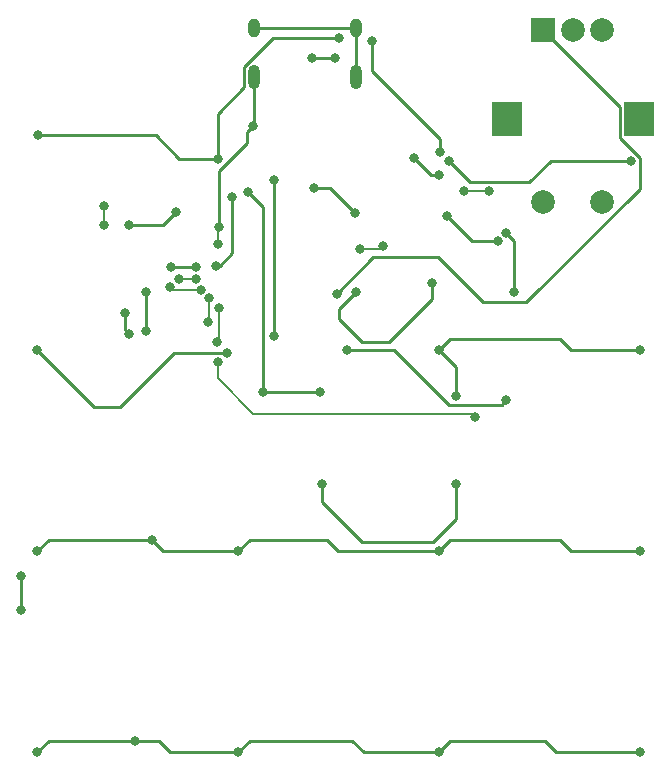
<source format=gtl>
G04 #@! TF.GenerationSoftware,KiCad,Pcbnew,(6.0.4-0)*
G04 #@! TF.CreationDate,2023-09-21T22:42:23-05:00*
G04 #@! TF.ProjectId,kowgary16_cfx,6b6f7767-6172-4793-9136-5f6366782e6b,rev?*
G04 #@! TF.SameCoordinates,Original*
G04 #@! TF.FileFunction,Copper,L1,Top*
G04 #@! TF.FilePolarity,Positive*
%FSLAX45Y45*%
G04 Gerber Fmt 4.5, Leading zero omitted, Abs format (unit mm)*
G04 Created by KiCad (PCBNEW (6.0.4-0)) date 2023-09-21 22:42:23*
%MOMM*%
%LPD*%
G01*
G04 APERTURE LIST*
G04 #@! TA.AperFunction,ComponentPad*
%ADD10R,2.000000X2.000000*%
G04 #@! TD*
G04 #@! TA.AperFunction,ComponentPad*
%ADD11C,2.000000*%
G04 #@! TD*
G04 #@! TA.AperFunction,ComponentPad*
%ADD12R,2.500000X3.000000*%
G04 #@! TD*
G04 #@! TA.AperFunction,ComponentPad*
%ADD13O,1.000000X2.100000*%
G04 #@! TD*
G04 #@! TA.AperFunction,ComponentPad*
%ADD14O,1.000000X1.600000*%
G04 #@! TD*
G04 #@! TA.AperFunction,ViaPad*
%ADD15C,0.800000*%
G04 #@! TD*
G04 #@! TA.AperFunction,Conductor*
%ADD16C,0.200000*%
G04 #@! TD*
G04 #@! TA.AperFunction,Conductor*
%ADD17C,0.250000*%
G04 #@! TD*
G04 APERTURE END LIST*
D10*
G04 #@! TO.P,SW5,A,A*
G04 #@! TO.N,pad_a*
X13137513Y-1612502D03*
D11*
G04 #@! TO.P,SW5,B,B*
G04 #@! TO.N,pad_b*
X13637513Y-1612502D03*
G04 #@! TO.P,SW5,C,C*
G04 #@! TO.N,GND*
X13387513Y-1612502D03*
D12*
G04 #@! TO.P,SW5,MP*
G04 #@! TO.N,N/C*
X13947513Y-2362502D03*
X12827513Y-2362502D03*
D11*
G04 #@! TO.P,SW5,S1,S1*
G04 #@! TO.N,col4*
X13137513Y-3062502D03*
G04 #@! TO.P,SW5,S2,S2*
G04 #@! TO.N,Net-(D4-Pad2)*
X13637513Y-3062502D03*
G04 #@! TD*
D13*
G04 #@! TO.P,J1,S1,SHIELD*
G04 #@! TO.N,GND*
X10688828Y-2010499D03*
D14*
X10688828Y-1592499D03*
X11552828Y-1592499D03*
D13*
X11552828Y-2010499D03*
G04 #@! TD*
D15*
G04 #@! TO.N,GND*
X10380000Y-3422450D03*
X12679161Y-2974999D03*
X10676000Y-2422000D03*
X10390000Y-3277550D03*
X12466661Y-2974999D03*
G04 #@! TO.N,Net-(B1-Pad2)*
X11776009Y-3440000D03*
X11583836Y-3463836D03*
G04 #@! TO.N,Net-(C2-Pad2)*
X12193449Y-3752135D03*
X11547445Y-3824998D03*
G04 #@! TO.N,+5V*
X11193898Y-2950000D03*
X11540000Y-3161450D03*
X12324994Y-3187498D03*
X12749994Y-3399998D03*
G04 #@! TO.N,row1*
X11404161Y-1677550D03*
X12340000Y-2720000D03*
X11687494Y-1699999D03*
X12260000Y-2640000D03*
X8860000Y-2500000D03*
X10380000Y-2700000D03*
X13880000Y-2720000D03*
G04 #@! TO.N,Net-(D3-Pad2)*
X12254161Y-2833332D03*
X12041661Y-2691665D03*
G04 #@! TO.N,pad_a*
X11388359Y-3840822D03*
G04 #@! TO.N,pad_b*
X11475011Y-4320837D03*
X12820845Y-4745838D03*
G04 #@! TO.N,row2*
X10635641Y-2979079D03*
X12254161Y-4320831D03*
X11242541Y-4674998D03*
X10766662Y-4674998D03*
X12395827Y-4710098D03*
X8854163Y-4320831D03*
X13954160Y-4320831D03*
X12395827Y-5454164D03*
X11262495Y-5454164D03*
X10462618Y-4341542D03*
G04 #@! TO.N,row3*
X9820877Y-5925045D03*
X10370360Y-3606149D03*
X9774995Y-3824998D03*
X10504945Y-3022000D03*
X12254161Y-6020830D03*
X10199995Y-3612498D03*
X9774995Y-4157498D03*
X10554162Y-6020830D03*
X13954160Y-6020830D03*
X9987495Y-3612498D03*
X8854163Y-6020830D03*
G04 #@! TO.N,row4*
X12254161Y-7720830D03*
X9598453Y-4002622D03*
X9633329Y-3258332D03*
X8854163Y-7720830D03*
X9679210Y-7625044D03*
X10554162Y-7720830D03*
X13954160Y-7720830D03*
X10026227Y-3148767D03*
X9633329Y-4179165D03*
G04 #@! TO.N,VBUS*
X11375000Y-1850000D03*
X11175000Y-1850000D03*
G04 #@! TO.N,col1*
X10052550Y-3720000D03*
X8712496Y-6233330D03*
X8712496Y-6516664D03*
X10197450Y-3720000D03*
G04 #@! TO.N,col2*
X9973542Y-3781219D03*
X9420829Y-3258332D03*
X10239726Y-3810569D03*
X9420829Y-3103780D03*
G04 #@! TO.N,col3*
X10300000Y-4080000D03*
X10860000Y-4200000D03*
X10310401Y-3881245D03*
X10859995Y-2877550D03*
G04 #@! TO.N,col4*
X12820827Y-3329165D03*
X12560000Y-4889950D03*
X10388755Y-3959598D03*
X12891661Y-3824998D03*
X10370538Y-4249462D03*
X10380000Y-4420000D03*
G04 #@! TD*
D16*
G04 #@! TO.N,GND*
X10380000Y-3287550D02*
X10390000Y-3277550D01*
X10380000Y-3422450D02*
X10380000Y-3287550D01*
D17*
X10676000Y-2422000D02*
X10688828Y-2409172D01*
X10688828Y-1592499D02*
X11552828Y-1592499D01*
X10625093Y-2566901D02*
X10625093Y-2472907D01*
D16*
X12466661Y-2974999D02*
X12679161Y-2974999D01*
D17*
X10625093Y-2566901D02*
X10390000Y-2801994D01*
X10688828Y-2409172D02*
X10688828Y-2010499D01*
X10625093Y-2472907D02*
X10676000Y-2422000D01*
X11552828Y-1592499D02*
X11552828Y-2010499D01*
X10390000Y-2801994D02*
X10390000Y-3277550D01*
D16*
G04 #@! TO.N,Net-(B1-Pad2)*
X11752172Y-3463836D02*
X11776009Y-3440000D01*
X11583836Y-3463836D02*
X11752172Y-3463836D01*
X11756009Y-3460000D02*
X11776009Y-3440000D01*
D17*
G04 #@! TO.N,Net-(C2-Pad2)*
X11404161Y-4052733D02*
X11601426Y-4249998D01*
X11829161Y-4249998D02*
X12193449Y-3885710D01*
X11547445Y-3824998D02*
X11404161Y-3968281D01*
X12193449Y-3885710D02*
X12193449Y-3752135D01*
X11404161Y-3968281D02*
X11404161Y-4052733D01*
X11601426Y-4249998D02*
X11829161Y-4249998D01*
G04 #@! TO.N,+5V*
X12537494Y-3399998D02*
X12324994Y-3187498D01*
X11328550Y-2950000D02*
X11193898Y-2950000D01*
X12749994Y-3399998D02*
X12537494Y-3399998D01*
X11540000Y-3161450D02*
X11328550Y-2950000D01*
G04 #@! TO.N,row1*
X12340000Y-2720000D02*
X12519951Y-2899951D01*
X10606376Y-2095317D02*
X10606376Y-1921346D01*
X10850173Y-1677550D02*
X11404161Y-1677550D01*
X10054564Y-2700000D02*
X10380000Y-2700000D01*
X13020049Y-2899951D02*
X13200000Y-2720000D01*
X11687494Y-1699999D02*
X11687494Y-1960800D01*
X12260000Y-2533305D02*
X12260000Y-2640000D01*
X10380000Y-2321693D02*
X10606376Y-2095317D01*
X10606376Y-1921346D02*
X10850173Y-1677550D01*
X9854564Y-2500000D02*
X10054564Y-2700000D01*
X8860000Y-2500000D02*
X9854564Y-2500000D01*
X12519951Y-2899951D02*
X13020049Y-2899951D01*
X13200000Y-2720000D02*
X13880000Y-2720000D01*
X10380000Y-2700000D02*
X10380000Y-2321693D01*
X11687494Y-1960800D02*
X12260000Y-2533305D01*
G04 #@! TO.N,Net-(D3-Pad2)*
X12183328Y-2833332D02*
X12254161Y-2833332D01*
X12041661Y-2691665D02*
X12183328Y-2833332D01*
G04 #@! TO.N,pad_a*
X13790061Y-2527600D02*
X13954180Y-2691718D01*
X12629964Y-3914956D02*
X12245524Y-3530516D01*
X12991681Y-3914956D02*
X12629964Y-3914956D01*
X13790061Y-2265051D02*
X13790061Y-2527600D01*
X12245524Y-3530516D02*
X11698665Y-3530516D01*
X11698665Y-3530516D02*
X11388359Y-3840822D01*
X13954180Y-2691718D02*
X13954180Y-2952457D01*
X13954180Y-2952457D02*
X12991681Y-3914956D01*
X13137513Y-1612502D02*
X13790061Y-2265051D01*
G04 #@! TO.N,pad_b*
X12820845Y-4745838D02*
X12784134Y-4782549D01*
X11873668Y-4320837D02*
X11475011Y-4320837D01*
X12335380Y-4782549D02*
X11873668Y-4320837D01*
X12784134Y-4782549D02*
X12335380Y-4782549D01*
G04 #@! TO.N,row2*
X8854163Y-4320831D02*
X9336821Y-4803489D01*
X10635641Y-2979079D02*
X10766662Y-3110100D01*
X12254161Y-4320831D02*
X12395827Y-4462498D01*
X13375395Y-4320831D02*
X13954160Y-4320831D01*
X12395827Y-4462498D02*
X12395827Y-4710098D01*
X10766662Y-3110100D02*
X10766662Y-4249998D01*
X12395827Y-5752465D02*
X12395827Y-5454164D01*
X12254161Y-4320831D02*
X12349946Y-4225046D01*
X11262495Y-5454164D02*
X11262495Y-5607930D01*
X10766662Y-4674998D02*
X11242541Y-4674998D01*
X11602944Y-5948379D02*
X12199913Y-5948379D01*
X12199913Y-5948379D02*
X12395827Y-5752465D01*
X13279609Y-4225046D02*
X13375395Y-4320831D01*
X10013354Y-4341542D02*
X10462618Y-4341542D01*
X9551407Y-4803489D02*
X10013354Y-4341542D01*
X10766662Y-4249998D02*
X10766662Y-4674998D01*
X9336821Y-4803489D02*
X9551407Y-4803489D01*
X11262495Y-5607930D02*
X11602944Y-5948379D01*
X12349946Y-4225046D02*
X13279609Y-4225046D01*
G04 #@! TO.N,row3*
X9820877Y-5925045D02*
X9916662Y-6020830D01*
X12254161Y-6020830D02*
X12349946Y-5925045D01*
X10397833Y-3606149D02*
X10370360Y-3606149D01*
X13279609Y-5925045D02*
X13375395Y-6020830D01*
X10649947Y-5925045D02*
X11305830Y-5925045D01*
X10504945Y-3022000D02*
X10504945Y-3499037D01*
X8949948Y-5925045D02*
X9820877Y-5925045D01*
X10199995Y-3612498D02*
X9987495Y-3612498D01*
X10554162Y-6020830D02*
X10649947Y-5925045D01*
X8854163Y-6020830D02*
X8949948Y-5925045D01*
X9916662Y-6020830D02*
X10554162Y-6020830D01*
X9774995Y-3824998D02*
X9774995Y-4157498D01*
X11401615Y-6020830D02*
X12254161Y-6020830D01*
X12349946Y-5925045D02*
X13279609Y-5925045D01*
X11305830Y-5925045D02*
X11401615Y-6020830D01*
X13375395Y-6020830D02*
X13954160Y-6020830D01*
X10504945Y-3499037D02*
X10397833Y-3606149D01*
G04 #@! TO.N,row4*
X9679210Y-7625044D02*
X9879611Y-7625044D01*
X8854163Y-7720830D02*
X8949948Y-7625044D01*
X12254161Y-7720830D02*
X12349946Y-7625044D01*
X9916662Y-3258332D02*
X9633329Y-3258332D01*
X9879611Y-7625044D02*
X9975396Y-7720830D01*
X8949948Y-7625044D02*
X9679210Y-7625044D01*
X10649947Y-7625044D02*
X11520876Y-7625044D01*
X10554162Y-7720830D02*
X10649947Y-7625044D01*
X11520876Y-7625044D02*
X11616661Y-7720830D01*
X10026227Y-3148767D02*
X9916662Y-3258332D01*
X9598453Y-4144289D02*
X9633329Y-4179165D01*
X9598453Y-4002622D02*
X9598453Y-4144289D01*
X13150042Y-7625044D02*
X13245827Y-7720830D01*
X9975396Y-7720830D02*
X10554162Y-7720830D01*
X13245827Y-7720830D02*
X13954160Y-7720830D01*
X12349946Y-7625044D02*
X13150042Y-7625044D01*
X11616661Y-7720830D02*
X12254161Y-7720830D01*
G04 #@! TO.N,VBUS*
X11175000Y-1850000D02*
X11375000Y-1850000D01*
G04 #@! TO.N,col1*
X8712496Y-6516664D02*
X8712496Y-6233330D01*
D16*
X10197450Y-3720000D02*
X10052550Y-3720000D01*
G04 #@! TO.N,col2*
X10002892Y-3810569D02*
X9973542Y-3781219D01*
X9420829Y-3258332D02*
X9420829Y-3103780D01*
X10239726Y-3810569D02*
X10002892Y-3810569D01*
G04 #@! TO.N,col3*
X10310401Y-3881245D02*
X10310401Y-4069599D01*
D17*
X10859995Y-4199995D02*
X10860000Y-4200000D01*
X10859995Y-2877550D02*
X10859995Y-4199995D01*
D16*
X10310401Y-4069599D02*
X10300000Y-4080000D01*
G04 #@! TO.N,col4*
X10388755Y-4231245D02*
X10370538Y-4249462D01*
X10683451Y-4859952D02*
X12530002Y-4859952D01*
X12530002Y-4859952D02*
X12560000Y-4889950D01*
X10380000Y-4420000D02*
X10380000Y-4556501D01*
D17*
X12820827Y-3329165D02*
X12891661Y-3399998D01*
D16*
X10388755Y-3959598D02*
X10388755Y-4231245D01*
D17*
X12891661Y-3399998D02*
X12891661Y-3824998D01*
D16*
X10380000Y-4556501D02*
X10683451Y-4859952D01*
G04 #@! TD*
M02*

</source>
